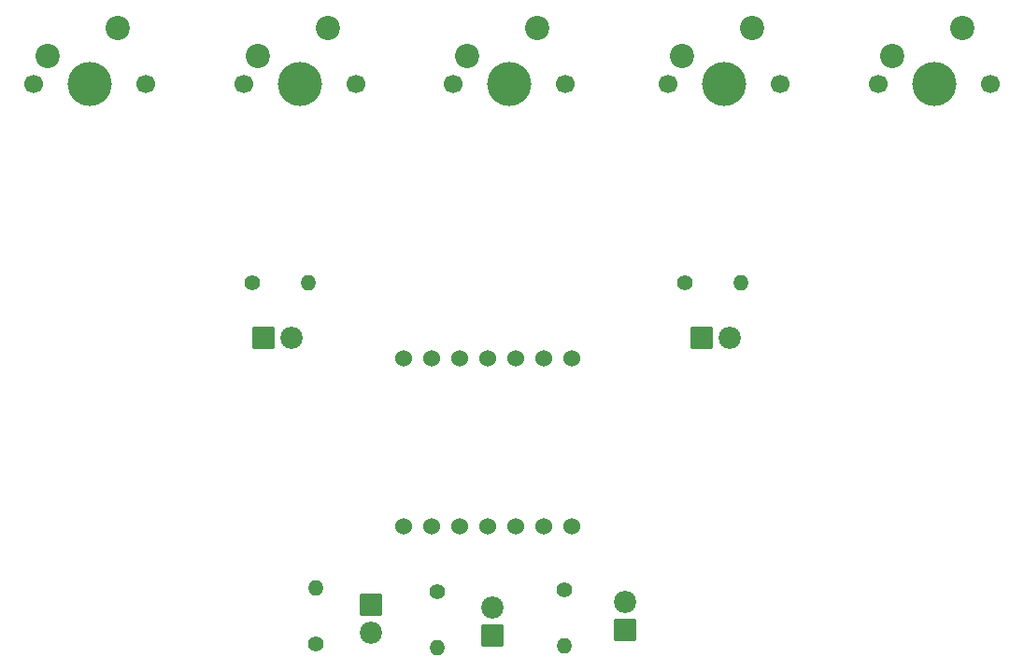
<source format=gbr>
%TF.GenerationSoftware,KiCad,Pcbnew,8.0.1*%
%TF.CreationDate,2025-07-05T17:57:54-03:00*%
%TF.ProjectId,camera,63616d65-7261-42e6-9b69-6361645f7063,rev?*%
%TF.SameCoordinates,Original*%
%TF.FileFunction,Soldermask,Bot*%
%TF.FilePolarity,Negative*%
%FSLAX46Y46*%
G04 Gerber Fmt 4.6, Leading zero omitted, Abs format (unit mm)*
G04 Created by KiCad (PCBNEW 8.0.1) date 2025-07-05 17:57:54*
%MOMM*%
%LPD*%
G01*
G04 APERTURE LIST*
G04 Aperture macros list*
%AMRoundRect*
0 Rectangle with rounded corners*
0 $1 Rounding radius*
0 $2 $3 $4 $5 $6 $7 $8 $9 X,Y pos of 4 corners*
0 Add a 4 corners polygon primitive as box body*
4,1,4,$2,$3,$4,$5,$6,$7,$8,$9,$2,$3,0*
0 Add four circle primitives for the rounded corners*
1,1,$1+$1,$2,$3*
1,1,$1+$1,$4,$5*
1,1,$1+$1,$6,$7*
1,1,$1+$1,$8,$9*
0 Add four rect primitives between the rounded corners*
20,1,$1+$1,$2,$3,$4,$5,0*
20,1,$1+$1,$4,$5,$6,$7,0*
20,1,$1+$1,$6,$7,$8,$9,0*
20,1,$1+$1,$8,$9,$2,$3,0*%
G04 Aperture macros list end*
%ADD10C,1.524000*%
%ADD11C,1.700000*%
%ADD12C,4.000000*%
%ADD13C,2.200000*%
%ADD14C,1.400000*%
%ADD15O,1.400000X1.400000*%
%ADD16C,2.019000*%
%ADD17RoundRect,0.102000X0.907500X-0.907500X0.907500X0.907500X-0.907500X0.907500X-0.907500X-0.907500X0*%
%ADD18RoundRect,0.102000X-0.907500X0.907500X-0.907500X-0.907500X0.907500X-0.907500X0.907500X0.907500X0*%
%ADD19RoundRect,0.102000X-0.907500X-0.907500X0.907500X-0.907500X0.907500X0.907500X-0.907500X0.907500X0*%
G04 APERTURE END LIST*
D10*
%TO.C,U1*%
X152677000Y-105822000D03*
X150137000Y-105822000D03*
X147597000Y-105822000D03*
X145057000Y-105822000D03*
X142517000Y-105822000D03*
X139977000Y-105822000D03*
X137437000Y-105822000D03*
X137437000Y-121062000D03*
X139977000Y-121062000D03*
X142517000Y-121062000D03*
X145057000Y-121062000D03*
X147597000Y-121062000D03*
X150137000Y-121062000D03*
X152677000Y-121062000D03*
%TD*%
D11*
%TO.C,SW5*%
X103932000Y-80982000D03*
D12*
X109012000Y-80982000D03*
D11*
X114092000Y-80982000D03*
D13*
X111552000Y-75902000D03*
X105202000Y-78442000D03*
%TD*%
D11*
%TO.C,SW4*%
X122932000Y-80982000D03*
D12*
X128012000Y-80982000D03*
D11*
X133092000Y-80982000D03*
D13*
X130552000Y-75902000D03*
X124202000Y-78442000D03*
%TD*%
D11*
%TO.C,SW3*%
X141932000Y-80982000D03*
D12*
X147012000Y-80982000D03*
D11*
X152092000Y-80982000D03*
D13*
X149552000Y-75902000D03*
X143202000Y-78442000D03*
%TD*%
D11*
%TO.C,SW2*%
X161432000Y-80982000D03*
D12*
X166512000Y-80982000D03*
D11*
X171592000Y-80982000D03*
D13*
X169052000Y-75902000D03*
X162702000Y-78442000D03*
%TD*%
%TO.C,SW1*%
X181702000Y-78442000D03*
X188052000Y-75902000D03*
D11*
X190592000Y-80982000D03*
D12*
X185512000Y-80982000D03*
D11*
X180432000Y-80982000D03*
%TD*%
D14*
%TO.C,R5*%
X152012000Y-126862000D03*
D15*
X152012000Y-131942000D03*
%TD*%
%TO.C,R4*%
X140512000Y-132062000D03*
D14*
X140512000Y-126982000D03*
%TD*%
D15*
%TO.C,R3*%
X129512000Y-126712000D03*
D14*
X129512000Y-131792000D03*
%TD*%
D15*
%TO.C,R2*%
X168012000Y-98982000D03*
D14*
X162932000Y-98982000D03*
%TD*%
%TO.C,R1*%
X123742000Y-98982000D03*
D15*
X128822000Y-98982000D03*
%TD*%
D16*
%TO.C,D5*%
X157512000Y-127942000D03*
D17*
X157512000Y-130482000D03*
%TD*%
D16*
%TO.C,D4*%
X145512000Y-128442000D03*
D17*
X145512000Y-130982000D03*
%TD*%
D18*
%TO.C,D3*%
X134512000Y-128172000D03*
D16*
X134512000Y-130712000D03*
%TD*%
%TO.C,D2*%
X167012000Y-103982000D03*
D19*
X164472000Y-103982000D03*
%TD*%
%TO.C,D1*%
X124742000Y-103982000D03*
D16*
X127282000Y-103982000D03*
%TD*%
M02*

</source>
